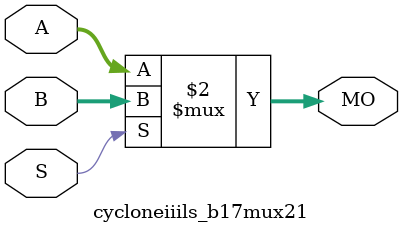
<source format=v>
module cycloneiiils_b17mux21 (MO, A, B, S);
   input [16:0] A, B;
   input 	S;
   output [16:0] MO; 
   assign MO = (S == 1) ? B : A; 
endmodule
</source>
